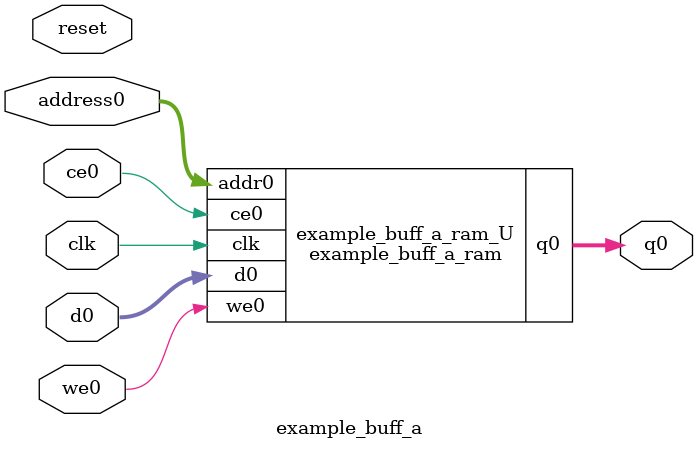
<source format=v>

`timescale 1 ns / 1 ps
module example_buff_a_ram (addr0, ce0, d0, we0, q0,  clk);

parameter DWIDTH = 256;
parameter AWIDTH = 8;
parameter MEM_SIZE = 256;

input[AWIDTH-1:0] addr0;
input ce0;
input[DWIDTH-1:0] d0;
input we0;
output reg[DWIDTH-1:0] q0;
input clk;

(* ram_style = "block" *)reg [DWIDTH-1:0] ram[0:MEM_SIZE-1];




always @(posedge clk)  
begin 
    if (ce0) 
    begin
        if (we0) 
        begin 
            ram[addr0] <= d0; 
            q0 <= d0;
        end 
        else 
            q0 <= ram[addr0];
    end
end


endmodule


`timescale 1 ns / 1 ps
module example_buff_a(
    reset,
    clk,
    address0,
    ce0,
    we0,
    d0,
    q0);

parameter DataWidth = 32'd256;
parameter AddressRange = 32'd256;
parameter AddressWidth = 32'd8;
input reset;
input clk;
input[AddressWidth - 1:0] address0;
input ce0;
input we0;
input[DataWidth - 1:0] d0;
output[DataWidth - 1:0] q0;



example_buff_a_ram example_buff_a_ram_U(
    .clk( clk ),
    .addr0( address0 ),
    .ce0( ce0 ),
    .d0( d0 ),
    .we0( we0 ),
    .q0( q0 ));

endmodule


</source>
